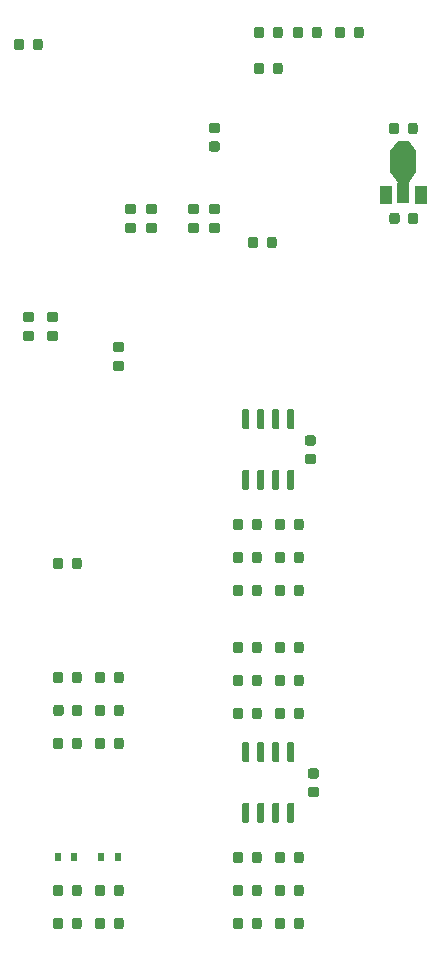
<source format=gbr>
G04 #@! TF.GenerationSoftware,KiCad,Pcbnew,5.1.6-c6e7f7d~86~ubuntu20.04.1*
G04 #@! TF.CreationDate,2020-05-29T14:12:17+02:00*
G04 #@! TF.ProjectId,osc1,6f736331-2e6b-4696-9361-645f70636258,rev?*
G04 #@! TF.SameCoordinates,Original*
G04 #@! TF.FileFunction,Paste,Bot*
G04 #@! TF.FilePolarity,Positive*
%FSLAX46Y46*%
G04 Gerber Fmt 4.6, Leading zero omitted, Abs format (unit mm)*
G04 Created by KiCad (PCBNEW 5.1.6-c6e7f7d~86~ubuntu20.04.1) date 2020-05-29 14:12:17*
%MOMM*%
%LPD*%
G01*
G04 APERTURE LIST*
%ADD10C,0.100000*%
%ADD11R,2.200000X1.840000*%
%ADD12R,1.000000X1.500000*%
%ADD13R,1.000000X1.800000*%
%ADD14R,0.600000X0.700000*%
G04 APERTURE END LIST*
G36*
G01*
X101442000Y-113032250D02*
X101442000Y-112519750D01*
G75*
G02*
X101660750Y-112301000I218750J0D01*
G01*
X102098250Y-112301000D01*
G75*
G02*
X102317000Y-112519750I0J-218750D01*
G01*
X102317000Y-113032250D01*
G75*
G02*
X102098250Y-113251000I-218750J0D01*
G01*
X101660750Y-113251000D01*
G75*
G02*
X101442000Y-113032250I0J218750D01*
G01*
G37*
G36*
G01*
X99867000Y-113032250D02*
X99867000Y-112519750D01*
G75*
G02*
X100085750Y-112301000I218750J0D01*
G01*
X100523250Y-112301000D01*
G75*
G02*
X100742000Y-112519750I0J-218750D01*
G01*
X100742000Y-113032250D01*
G75*
G02*
X100523250Y-113251000I-218750J0D01*
G01*
X100085750Y-113251000D01*
G75*
G02*
X99867000Y-113032250I0J218750D01*
G01*
G37*
G36*
G01*
X89156250Y-122078000D02*
X88643750Y-122078000D01*
G75*
G02*
X88425000Y-121859250I0J218750D01*
G01*
X88425000Y-121421750D01*
G75*
G02*
X88643750Y-121203000I218750J0D01*
G01*
X89156250Y-121203000D01*
G75*
G02*
X89375000Y-121421750I0J-218750D01*
G01*
X89375000Y-121859250D01*
G75*
G02*
X89156250Y-122078000I-218750J0D01*
G01*
G37*
G36*
G01*
X89156250Y-123653000D02*
X88643750Y-123653000D01*
G75*
G02*
X88425000Y-123434250I0J218750D01*
G01*
X88425000Y-122996750D01*
G75*
G02*
X88643750Y-122778000I218750J0D01*
G01*
X89156250Y-122778000D01*
G75*
G02*
X89375000Y-122996750I0J-218750D01*
G01*
X89375000Y-123434250D01*
G75*
G02*
X89156250Y-123653000I-218750J0D01*
G01*
G37*
G36*
G01*
X84232000Y-149349750D02*
X84232000Y-149862250D01*
G75*
G02*
X84013250Y-150081000I-218750J0D01*
G01*
X83575750Y-150081000D01*
G75*
G02*
X83357000Y-149862250I0J218750D01*
G01*
X83357000Y-149349750D01*
G75*
G02*
X83575750Y-149131000I218750J0D01*
G01*
X84013250Y-149131000D01*
G75*
G02*
X84232000Y-149349750I0J-218750D01*
G01*
G37*
G36*
G01*
X85807000Y-149349750D02*
X85807000Y-149862250D01*
G75*
G02*
X85588250Y-150081000I-218750J0D01*
G01*
X85150750Y-150081000D01*
G75*
G02*
X84932000Y-149862250I0J218750D01*
G01*
X84932000Y-149349750D01*
G75*
G02*
X85150750Y-149131000I218750J0D01*
G01*
X85588250Y-149131000D01*
G75*
G02*
X85807000Y-149349750I0J-218750D01*
G01*
G37*
G36*
G01*
X84957500Y-152656250D02*
X84957500Y-152143750D01*
G75*
G02*
X85176250Y-151925000I218750J0D01*
G01*
X85613750Y-151925000D01*
G75*
G02*
X85832500Y-152143750I0J-218750D01*
G01*
X85832500Y-152656250D01*
G75*
G02*
X85613750Y-152875000I-218750J0D01*
G01*
X85176250Y-152875000D01*
G75*
G02*
X84957500Y-152656250I0J218750D01*
G01*
G37*
G36*
G01*
X83382500Y-152656250D02*
X83382500Y-152143750D01*
G75*
G02*
X83601250Y-151925000I218750J0D01*
G01*
X84038750Y-151925000D01*
G75*
G02*
X84257500Y-152143750I0J-218750D01*
G01*
X84257500Y-152656250D01*
G75*
G02*
X84038750Y-152875000I-218750J0D01*
G01*
X83601250Y-152875000D01*
G75*
G02*
X83382500Y-152656250I0J218750D01*
G01*
G37*
D10*
G36*
X112630000Y-107827700D02*
G01*
X111930000Y-106827700D01*
X114130000Y-106827700D01*
X113430000Y-107827700D01*
X112630000Y-107827700D01*
G37*
D11*
X113030000Y-105918000D03*
D12*
X111530000Y-108731500D03*
D13*
X113030000Y-108585000D03*
D12*
X114530000Y-108731500D03*
D10*
G36*
X113530000Y-104159500D02*
G01*
X114130000Y-105009500D01*
X111930000Y-105009500D01*
X112530000Y-104159500D01*
X113530000Y-104159500D01*
G37*
G36*
G01*
X88488000Y-149862250D02*
X88488000Y-149349750D01*
G75*
G02*
X88706750Y-149131000I218750J0D01*
G01*
X89144250Y-149131000D01*
G75*
G02*
X89363000Y-149349750I0J-218750D01*
G01*
X89363000Y-149862250D01*
G75*
G02*
X89144250Y-150081000I-218750J0D01*
G01*
X88706750Y-150081000D01*
G75*
G02*
X88488000Y-149862250I0J218750D01*
G01*
G37*
G36*
G01*
X86913000Y-149862250D02*
X86913000Y-149349750D01*
G75*
G02*
X87131750Y-149131000I218750J0D01*
G01*
X87569250Y-149131000D01*
G75*
G02*
X87788000Y-149349750I0J-218750D01*
G01*
X87788000Y-149862250D01*
G75*
G02*
X87569250Y-150081000I-218750J0D01*
G01*
X87131750Y-150081000D01*
G75*
G02*
X86913000Y-149862250I0J218750D01*
G01*
G37*
G36*
G01*
X112680000Y-102867750D02*
X112680000Y-103380250D01*
G75*
G02*
X112461250Y-103599000I-218750J0D01*
G01*
X112023750Y-103599000D01*
G75*
G02*
X111805000Y-103380250I0J218750D01*
G01*
X111805000Y-102867750D01*
G75*
G02*
X112023750Y-102649000I218750J0D01*
G01*
X112461250Y-102649000D01*
G75*
G02*
X112680000Y-102867750I0J-218750D01*
G01*
G37*
G36*
G01*
X114255000Y-102867750D02*
X114255000Y-103380250D01*
G75*
G02*
X114036250Y-103599000I-218750J0D01*
G01*
X113598750Y-103599000D01*
G75*
G02*
X113380000Y-103380250I0J218750D01*
G01*
X113380000Y-102867750D01*
G75*
G02*
X113598750Y-102649000I218750J0D01*
G01*
X114036250Y-102649000D01*
G75*
G02*
X114255000Y-102867750I0J-218750D01*
G01*
G37*
G36*
G01*
X113405500Y-111000250D02*
X113405500Y-110487750D01*
G75*
G02*
X113624250Y-110269000I218750J0D01*
G01*
X114061750Y-110269000D01*
G75*
G02*
X114280500Y-110487750I0J-218750D01*
G01*
X114280500Y-111000250D01*
G75*
G02*
X114061750Y-111219000I-218750J0D01*
G01*
X113624250Y-111219000D01*
G75*
G02*
X113405500Y-111000250I0J218750D01*
G01*
G37*
G36*
G01*
X111830500Y-111000250D02*
X111830500Y-110487750D01*
G75*
G02*
X112049250Y-110269000I218750J0D01*
G01*
X112486750Y-110269000D01*
G75*
G02*
X112705500Y-110487750I0J-218750D01*
G01*
X112705500Y-111000250D01*
G75*
G02*
X112486750Y-111219000I-218750J0D01*
G01*
X112049250Y-111219000D01*
G75*
G02*
X111830500Y-111000250I0J218750D01*
G01*
G37*
G36*
G01*
X96771750Y-104210499D02*
X97284250Y-104210499D01*
G75*
G02*
X97503000Y-104429249I0J-218750D01*
G01*
X97503000Y-104866749D01*
G75*
G02*
X97284250Y-105085499I-218750J0D01*
G01*
X96771750Y-105085499D01*
G75*
G02*
X96553000Y-104866749I0J218750D01*
G01*
X96553000Y-104429249D01*
G75*
G02*
X96771750Y-104210499I218750J0D01*
G01*
G37*
G36*
G01*
X96771750Y-102635499D02*
X97284250Y-102635499D01*
G75*
G02*
X97503000Y-102854249I0J-218750D01*
G01*
X97503000Y-103291749D01*
G75*
G02*
X97284250Y-103510499I-218750J0D01*
G01*
X96771750Y-103510499D01*
G75*
G02*
X96553000Y-103291749I0J218750D01*
G01*
X96553000Y-102854249D01*
G75*
G02*
X96771750Y-102635499I218750J0D01*
G01*
G37*
G36*
G01*
X99545000Y-132002000D02*
X99845000Y-132002000D01*
G75*
G02*
X99995000Y-132152000I0J-150000D01*
G01*
X99995000Y-133602000D01*
G75*
G02*
X99845000Y-133752000I-150000J0D01*
G01*
X99545000Y-133752000D01*
G75*
G02*
X99395000Y-133602000I0J150000D01*
G01*
X99395000Y-132152000D01*
G75*
G02*
X99545000Y-132002000I150000J0D01*
G01*
G37*
G36*
G01*
X100815000Y-132002000D02*
X101115000Y-132002000D01*
G75*
G02*
X101265000Y-132152000I0J-150000D01*
G01*
X101265000Y-133602000D01*
G75*
G02*
X101115000Y-133752000I-150000J0D01*
G01*
X100815000Y-133752000D01*
G75*
G02*
X100665000Y-133602000I0J150000D01*
G01*
X100665000Y-132152000D01*
G75*
G02*
X100815000Y-132002000I150000J0D01*
G01*
G37*
G36*
G01*
X102085000Y-132002000D02*
X102385000Y-132002000D01*
G75*
G02*
X102535000Y-132152000I0J-150000D01*
G01*
X102535000Y-133602000D01*
G75*
G02*
X102385000Y-133752000I-150000J0D01*
G01*
X102085000Y-133752000D01*
G75*
G02*
X101935000Y-133602000I0J150000D01*
G01*
X101935000Y-132152000D01*
G75*
G02*
X102085000Y-132002000I150000J0D01*
G01*
G37*
G36*
G01*
X103355000Y-132002000D02*
X103655000Y-132002000D01*
G75*
G02*
X103805000Y-132152000I0J-150000D01*
G01*
X103805000Y-133602000D01*
G75*
G02*
X103655000Y-133752000I-150000J0D01*
G01*
X103355000Y-133752000D01*
G75*
G02*
X103205000Y-133602000I0J150000D01*
G01*
X103205000Y-132152000D01*
G75*
G02*
X103355000Y-132002000I150000J0D01*
G01*
G37*
G36*
G01*
X103355000Y-126852000D02*
X103655000Y-126852000D01*
G75*
G02*
X103805000Y-127002000I0J-150000D01*
G01*
X103805000Y-128452000D01*
G75*
G02*
X103655000Y-128602000I-150000J0D01*
G01*
X103355000Y-128602000D01*
G75*
G02*
X103205000Y-128452000I0J150000D01*
G01*
X103205000Y-127002000D01*
G75*
G02*
X103355000Y-126852000I150000J0D01*
G01*
G37*
G36*
G01*
X102085000Y-126852000D02*
X102385000Y-126852000D01*
G75*
G02*
X102535000Y-127002000I0J-150000D01*
G01*
X102535000Y-128452000D01*
G75*
G02*
X102385000Y-128602000I-150000J0D01*
G01*
X102085000Y-128602000D01*
G75*
G02*
X101935000Y-128452000I0J150000D01*
G01*
X101935000Y-127002000D01*
G75*
G02*
X102085000Y-126852000I150000J0D01*
G01*
G37*
G36*
G01*
X100815000Y-126852000D02*
X101115000Y-126852000D01*
G75*
G02*
X101265000Y-127002000I0J-150000D01*
G01*
X101265000Y-128452000D01*
G75*
G02*
X101115000Y-128602000I-150000J0D01*
G01*
X100815000Y-128602000D01*
G75*
G02*
X100665000Y-128452000I0J150000D01*
G01*
X100665000Y-127002000D01*
G75*
G02*
X100815000Y-126852000I150000J0D01*
G01*
G37*
G36*
G01*
X99545000Y-126852000D02*
X99845000Y-126852000D01*
G75*
G02*
X99995000Y-127002000I0J-150000D01*
G01*
X99995000Y-128452000D01*
G75*
G02*
X99845000Y-128602000I-150000J0D01*
G01*
X99545000Y-128602000D01*
G75*
G02*
X99395000Y-128452000I0J150000D01*
G01*
X99395000Y-127002000D01*
G75*
G02*
X99545000Y-126852000I150000J0D01*
G01*
G37*
G36*
G01*
X105666250Y-158171500D02*
X105153750Y-158171500D01*
G75*
G02*
X104935000Y-157952750I0J218750D01*
G01*
X104935000Y-157515250D01*
G75*
G02*
X105153750Y-157296500I218750J0D01*
G01*
X105666250Y-157296500D01*
G75*
G02*
X105885000Y-157515250I0J-218750D01*
G01*
X105885000Y-157952750D01*
G75*
G02*
X105666250Y-158171500I-218750J0D01*
G01*
G37*
G36*
G01*
X105666250Y-159746500D02*
X105153750Y-159746500D01*
G75*
G02*
X104935000Y-159527750I0J218750D01*
G01*
X104935000Y-159090250D01*
G75*
G02*
X105153750Y-158871500I218750J0D01*
G01*
X105666250Y-158871500D01*
G75*
G02*
X105885000Y-159090250I0J-218750D01*
G01*
X105885000Y-159527750D01*
G75*
G02*
X105666250Y-159746500I-218750J0D01*
G01*
G37*
G36*
G01*
X105412250Y-129977500D02*
X104899750Y-129977500D01*
G75*
G02*
X104681000Y-129758750I0J218750D01*
G01*
X104681000Y-129321250D01*
G75*
G02*
X104899750Y-129102500I218750J0D01*
G01*
X105412250Y-129102500D01*
G75*
G02*
X105631000Y-129321250I0J-218750D01*
G01*
X105631000Y-129758750D01*
G75*
G02*
X105412250Y-129977500I-218750J0D01*
G01*
G37*
G36*
G01*
X105412250Y-131552500D02*
X104899750Y-131552500D01*
G75*
G02*
X104681000Y-131333750I0J218750D01*
G01*
X104681000Y-130896250D01*
G75*
G02*
X104899750Y-130677500I218750J0D01*
G01*
X105412250Y-130677500D01*
G75*
G02*
X105631000Y-130896250I0J-218750D01*
G01*
X105631000Y-131333750D01*
G75*
G02*
X105412250Y-131552500I-218750J0D01*
G01*
G37*
D14*
X88838000Y-164846000D03*
X87438000Y-164846000D03*
X85155000Y-164846000D03*
X83755000Y-164846000D03*
G36*
G01*
X99545000Y-160196000D02*
X99845000Y-160196000D01*
G75*
G02*
X99995000Y-160346000I0J-150000D01*
G01*
X99995000Y-161796000D01*
G75*
G02*
X99845000Y-161946000I-150000J0D01*
G01*
X99545000Y-161946000D01*
G75*
G02*
X99395000Y-161796000I0J150000D01*
G01*
X99395000Y-160346000D01*
G75*
G02*
X99545000Y-160196000I150000J0D01*
G01*
G37*
G36*
G01*
X100815000Y-160196000D02*
X101115000Y-160196000D01*
G75*
G02*
X101265000Y-160346000I0J-150000D01*
G01*
X101265000Y-161796000D01*
G75*
G02*
X101115000Y-161946000I-150000J0D01*
G01*
X100815000Y-161946000D01*
G75*
G02*
X100665000Y-161796000I0J150000D01*
G01*
X100665000Y-160346000D01*
G75*
G02*
X100815000Y-160196000I150000J0D01*
G01*
G37*
G36*
G01*
X102085000Y-160196000D02*
X102385000Y-160196000D01*
G75*
G02*
X102535000Y-160346000I0J-150000D01*
G01*
X102535000Y-161796000D01*
G75*
G02*
X102385000Y-161946000I-150000J0D01*
G01*
X102085000Y-161946000D01*
G75*
G02*
X101935000Y-161796000I0J150000D01*
G01*
X101935000Y-160346000D01*
G75*
G02*
X102085000Y-160196000I150000J0D01*
G01*
G37*
G36*
G01*
X103355000Y-160196000D02*
X103655000Y-160196000D01*
G75*
G02*
X103805000Y-160346000I0J-150000D01*
G01*
X103805000Y-161796000D01*
G75*
G02*
X103655000Y-161946000I-150000J0D01*
G01*
X103355000Y-161946000D01*
G75*
G02*
X103205000Y-161796000I0J150000D01*
G01*
X103205000Y-160346000D01*
G75*
G02*
X103355000Y-160196000I150000J0D01*
G01*
G37*
G36*
G01*
X103355000Y-155046000D02*
X103655000Y-155046000D01*
G75*
G02*
X103805000Y-155196000I0J-150000D01*
G01*
X103805000Y-156646000D01*
G75*
G02*
X103655000Y-156796000I-150000J0D01*
G01*
X103355000Y-156796000D01*
G75*
G02*
X103205000Y-156646000I0J150000D01*
G01*
X103205000Y-155196000D01*
G75*
G02*
X103355000Y-155046000I150000J0D01*
G01*
G37*
G36*
G01*
X102085000Y-155046000D02*
X102385000Y-155046000D01*
G75*
G02*
X102535000Y-155196000I0J-150000D01*
G01*
X102535000Y-156646000D01*
G75*
G02*
X102385000Y-156796000I-150000J0D01*
G01*
X102085000Y-156796000D01*
G75*
G02*
X101935000Y-156646000I0J150000D01*
G01*
X101935000Y-155196000D01*
G75*
G02*
X102085000Y-155046000I150000J0D01*
G01*
G37*
G36*
G01*
X100815000Y-155046000D02*
X101115000Y-155046000D01*
G75*
G02*
X101265000Y-155196000I0J-150000D01*
G01*
X101265000Y-156646000D01*
G75*
G02*
X101115000Y-156796000I-150000J0D01*
G01*
X100815000Y-156796000D01*
G75*
G02*
X100665000Y-156646000I0J150000D01*
G01*
X100665000Y-155196000D01*
G75*
G02*
X100815000Y-155046000I150000J0D01*
G01*
G37*
G36*
G01*
X99545000Y-155046000D02*
X99845000Y-155046000D01*
G75*
G02*
X99995000Y-155196000I0J-150000D01*
G01*
X99995000Y-156646000D01*
G75*
G02*
X99845000Y-156796000I-150000J0D01*
G01*
X99545000Y-156796000D01*
G75*
G02*
X99395000Y-156646000I0J150000D01*
G01*
X99395000Y-155196000D01*
G75*
G02*
X99545000Y-155046000I150000J0D01*
G01*
G37*
G36*
G01*
X103028000Y-170177750D02*
X103028000Y-170690250D01*
G75*
G02*
X102809250Y-170909000I-218750J0D01*
G01*
X102371750Y-170909000D01*
G75*
G02*
X102153000Y-170690250I0J218750D01*
G01*
X102153000Y-170177750D01*
G75*
G02*
X102371750Y-169959000I218750J0D01*
G01*
X102809250Y-169959000D01*
G75*
G02*
X103028000Y-170177750I0J-218750D01*
G01*
G37*
G36*
G01*
X104603000Y-170177750D02*
X104603000Y-170690250D01*
G75*
G02*
X104384250Y-170909000I-218750J0D01*
G01*
X103946750Y-170909000D01*
G75*
G02*
X103728000Y-170690250I0J218750D01*
G01*
X103728000Y-170177750D01*
G75*
G02*
X103946750Y-169959000I218750J0D01*
G01*
X104384250Y-169959000D01*
G75*
G02*
X104603000Y-170177750I0J-218750D01*
G01*
G37*
G36*
G01*
X103028000Y-141983750D02*
X103028000Y-142496250D01*
G75*
G02*
X102809250Y-142715000I-218750J0D01*
G01*
X102371750Y-142715000D01*
G75*
G02*
X102153000Y-142496250I0J218750D01*
G01*
X102153000Y-141983750D01*
G75*
G02*
X102371750Y-141765000I218750J0D01*
G01*
X102809250Y-141765000D01*
G75*
G02*
X103028000Y-141983750I0J-218750D01*
G01*
G37*
G36*
G01*
X104603000Y-141983750D02*
X104603000Y-142496250D01*
G75*
G02*
X104384250Y-142715000I-218750J0D01*
G01*
X103946750Y-142715000D01*
G75*
G02*
X103728000Y-142496250I0J218750D01*
G01*
X103728000Y-141983750D01*
G75*
G02*
X103946750Y-141765000I218750J0D01*
G01*
X104384250Y-141765000D01*
G75*
G02*
X104603000Y-141983750I0J-218750D01*
G01*
G37*
G36*
G01*
X103028000Y-146809750D02*
X103028000Y-147322250D01*
G75*
G02*
X102809250Y-147541000I-218750J0D01*
G01*
X102371750Y-147541000D01*
G75*
G02*
X102153000Y-147322250I0J218750D01*
G01*
X102153000Y-146809750D01*
G75*
G02*
X102371750Y-146591000I218750J0D01*
G01*
X102809250Y-146591000D01*
G75*
G02*
X103028000Y-146809750I0J-218750D01*
G01*
G37*
G36*
G01*
X104603000Y-146809750D02*
X104603000Y-147322250D01*
G75*
G02*
X104384250Y-147541000I-218750J0D01*
G01*
X103946750Y-147541000D01*
G75*
G02*
X103728000Y-147322250I0J218750D01*
G01*
X103728000Y-146809750D01*
G75*
G02*
X103946750Y-146591000I218750J0D01*
G01*
X104384250Y-146591000D01*
G75*
G02*
X104603000Y-146809750I0J-218750D01*
G01*
G37*
G36*
G01*
X103028000Y-167383750D02*
X103028000Y-167896250D01*
G75*
G02*
X102809250Y-168115000I-218750J0D01*
G01*
X102371750Y-168115000D01*
G75*
G02*
X102153000Y-167896250I0J218750D01*
G01*
X102153000Y-167383750D01*
G75*
G02*
X102371750Y-167165000I218750J0D01*
G01*
X102809250Y-167165000D01*
G75*
G02*
X103028000Y-167383750I0J-218750D01*
G01*
G37*
G36*
G01*
X104603000Y-167383750D02*
X104603000Y-167896250D01*
G75*
G02*
X104384250Y-168115000I-218750J0D01*
G01*
X103946750Y-168115000D01*
G75*
G02*
X103728000Y-167896250I0J218750D01*
G01*
X103728000Y-167383750D01*
G75*
G02*
X103946750Y-167165000I218750J0D01*
G01*
X104384250Y-167165000D01*
G75*
G02*
X104603000Y-167383750I0J-218750D01*
G01*
G37*
G36*
G01*
X103028000Y-139189750D02*
X103028000Y-139702250D01*
G75*
G02*
X102809250Y-139921000I-218750J0D01*
G01*
X102371750Y-139921000D01*
G75*
G02*
X102153000Y-139702250I0J218750D01*
G01*
X102153000Y-139189750D01*
G75*
G02*
X102371750Y-138971000I218750J0D01*
G01*
X102809250Y-138971000D01*
G75*
G02*
X103028000Y-139189750I0J-218750D01*
G01*
G37*
G36*
G01*
X104603000Y-139189750D02*
X104603000Y-139702250D01*
G75*
G02*
X104384250Y-139921000I-218750J0D01*
G01*
X103946750Y-139921000D01*
G75*
G02*
X103728000Y-139702250I0J218750D01*
G01*
X103728000Y-139189750D01*
G75*
G02*
X103946750Y-138971000I218750J0D01*
G01*
X104384250Y-138971000D01*
G75*
G02*
X104603000Y-139189750I0J-218750D01*
G01*
G37*
G36*
G01*
X103028000Y-149603750D02*
X103028000Y-150116250D01*
G75*
G02*
X102809250Y-150335000I-218750J0D01*
G01*
X102371750Y-150335000D01*
G75*
G02*
X102153000Y-150116250I0J218750D01*
G01*
X102153000Y-149603750D01*
G75*
G02*
X102371750Y-149385000I218750J0D01*
G01*
X102809250Y-149385000D01*
G75*
G02*
X103028000Y-149603750I0J-218750D01*
G01*
G37*
G36*
G01*
X104603000Y-149603750D02*
X104603000Y-150116250D01*
G75*
G02*
X104384250Y-150335000I-218750J0D01*
G01*
X103946750Y-150335000D01*
G75*
G02*
X103728000Y-150116250I0J218750D01*
G01*
X103728000Y-149603750D01*
G75*
G02*
X103946750Y-149385000I218750J0D01*
G01*
X104384250Y-149385000D01*
G75*
G02*
X104603000Y-149603750I0J-218750D01*
G01*
G37*
G36*
G01*
X99472000Y-170177750D02*
X99472000Y-170690250D01*
G75*
G02*
X99253250Y-170909000I-218750J0D01*
G01*
X98815750Y-170909000D01*
G75*
G02*
X98597000Y-170690250I0J218750D01*
G01*
X98597000Y-170177750D01*
G75*
G02*
X98815750Y-169959000I218750J0D01*
G01*
X99253250Y-169959000D01*
G75*
G02*
X99472000Y-170177750I0J-218750D01*
G01*
G37*
G36*
G01*
X101047000Y-170177750D02*
X101047000Y-170690250D01*
G75*
G02*
X100828250Y-170909000I-218750J0D01*
G01*
X100390750Y-170909000D01*
G75*
G02*
X100172000Y-170690250I0J218750D01*
G01*
X100172000Y-170177750D01*
G75*
G02*
X100390750Y-169959000I218750J0D01*
G01*
X100828250Y-169959000D01*
G75*
G02*
X101047000Y-170177750I0J-218750D01*
G01*
G37*
G36*
G01*
X99472000Y-141983750D02*
X99472000Y-142496250D01*
G75*
G02*
X99253250Y-142715000I-218750J0D01*
G01*
X98815750Y-142715000D01*
G75*
G02*
X98597000Y-142496250I0J218750D01*
G01*
X98597000Y-141983750D01*
G75*
G02*
X98815750Y-141765000I218750J0D01*
G01*
X99253250Y-141765000D01*
G75*
G02*
X99472000Y-141983750I0J-218750D01*
G01*
G37*
G36*
G01*
X101047000Y-141983750D02*
X101047000Y-142496250D01*
G75*
G02*
X100828250Y-142715000I-218750J0D01*
G01*
X100390750Y-142715000D01*
G75*
G02*
X100172000Y-142496250I0J218750D01*
G01*
X100172000Y-141983750D01*
G75*
G02*
X100390750Y-141765000I218750J0D01*
G01*
X100828250Y-141765000D01*
G75*
G02*
X101047000Y-141983750I0J-218750D01*
G01*
G37*
G36*
G01*
X99472000Y-146809750D02*
X99472000Y-147322250D01*
G75*
G02*
X99253250Y-147541000I-218750J0D01*
G01*
X98815750Y-147541000D01*
G75*
G02*
X98597000Y-147322250I0J218750D01*
G01*
X98597000Y-146809750D01*
G75*
G02*
X98815750Y-146591000I218750J0D01*
G01*
X99253250Y-146591000D01*
G75*
G02*
X99472000Y-146809750I0J-218750D01*
G01*
G37*
G36*
G01*
X101047000Y-146809750D02*
X101047000Y-147322250D01*
G75*
G02*
X100828250Y-147541000I-218750J0D01*
G01*
X100390750Y-147541000D01*
G75*
G02*
X100172000Y-147322250I0J218750D01*
G01*
X100172000Y-146809750D01*
G75*
G02*
X100390750Y-146591000I218750J0D01*
G01*
X100828250Y-146591000D01*
G75*
G02*
X101047000Y-146809750I0J-218750D01*
G01*
G37*
G36*
G01*
X100172000Y-139702250D02*
X100172000Y-139189750D01*
G75*
G02*
X100390750Y-138971000I218750J0D01*
G01*
X100828250Y-138971000D01*
G75*
G02*
X101047000Y-139189750I0J-218750D01*
G01*
X101047000Y-139702250D01*
G75*
G02*
X100828250Y-139921000I-218750J0D01*
G01*
X100390750Y-139921000D01*
G75*
G02*
X100172000Y-139702250I0J218750D01*
G01*
G37*
G36*
G01*
X98597000Y-139702250D02*
X98597000Y-139189750D01*
G75*
G02*
X98815750Y-138971000I218750J0D01*
G01*
X99253250Y-138971000D01*
G75*
G02*
X99472000Y-139189750I0J-218750D01*
G01*
X99472000Y-139702250D01*
G75*
G02*
X99253250Y-139921000I-218750J0D01*
G01*
X98815750Y-139921000D01*
G75*
G02*
X98597000Y-139702250I0J218750D01*
G01*
G37*
G36*
G01*
X100172000Y-167896250D02*
X100172000Y-167383750D01*
G75*
G02*
X100390750Y-167165000I218750J0D01*
G01*
X100828250Y-167165000D01*
G75*
G02*
X101047000Y-167383750I0J-218750D01*
G01*
X101047000Y-167896250D01*
G75*
G02*
X100828250Y-168115000I-218750J0D01*
G01*
X100390750Y-168115000D01*
G75*
G02*
X100172000Y-167896250I0J218750D01*
G01*
G37*
G36*
G01*
X98597000Y-167896250D02*
X98597000Y-167383750D01*
G75*
G02*
X98815750Y-167165000I218750J0D01*
G01*
X99253250Y-167165000D01*
G75*
G02*
X99472000Y-167383750I0J-218750D01*
G01*
X99472000Y-167896250D01*
G75*
G02*
X99253250Y-168115000I-218750J0D01*
G01*
X98815750Y-168115000D01*
G75*
G02*
X98597000Y-167896250I0J218750D01*
G01*
G37*
G36*
G01*
X100172000Y-150116250D02*
X100172000Y-149603750D01*
G75*
G02*
X100390750Y-149385000I218750J0D01*
G01*
X100828250Y-149385000D01*
G75*
G02*
X101047000Y-149603750I0J-218750D01*
G01*
X101047000Y-150116250D01*
G75*
G02*
X100828250Y-150335000I-218750J0D01*
G01*
X100390750Y-150335000D01*
G75*
G02*
X100172000Y-150116250I0J218750D01*
G01*
G37*
G36*
G01*
X98597000Y-150116250D02*
X98597000Y-149603750D01*
G75*
G02*
X98815750Y-149385000I218750J0D01*
G01*
X99253250Y-149385000D01*
G75*
G02*
X99472000Y-149603750I0J-218750D01*
G01*
X99472000Y-150116250D01*
G75*
G02*
X99253250Y-150335000I-218750J0D01*
G01*
X98815750Y-150335000D01*
G75*
G02*
X98597000Y-150116250I0J218750D01*
G01*
G37*
G36*
G01*
X103728000Y-165102250D02*
X103728000Y-164589750D01*
G75*
G02*
X103946750Y-164371000I218750J0D01*
G01*
X104384250Y-164371000D01*
G75*
G02*
X104603000Y-164589750I0J-218750D01*
G01*
X104603000Y-165102250D01*
G75*
G02*
X104384250Y-165321000I-218750J0D01*
G01*
X103946750Y-165321000D01*
G75*
G02*
X103728000Y-165102250I0J218750D01*
G01*
G37*
G36*
G01*
X102153000Y-165102250D02*
X102153000Y-164589750D01*
G75*
G02*
X102371750Y-164371000I218750J0D01*
G01*
X102809250Y-164371000D01*
G75*
G02*
X103028000Y-164589750I0J-218750D01*
G01*
X103028000Y-165102250D01*
G75*
G02*
X102809250Y-165321000I-218750J0D01*
G01*
X102371750Y-165321000D01*
G75*
G02*
X102153000Y-165102250I0J218750D01*
G01*
G37*
G36*
G01*
X99472000Y-164589750D02*
X99472000Y-165102250D01*
G75*
G02*
X99253250Y-165321000I-218750J0D01*
G01*
X98815750Y-165321000D01*
G75*
G02*
X98597000Y-165102250I0J218750D01*
G01*
X98597000Y-164589750D01*
G75*
G02*
X98815750Y-164371000I218750J0D01*
G01*
X99253250Y-164371000D01*
G75*
G02*
X99472000Y-164589750I0J-218750D01*
G01*
G37*
G36*
G01*
X101047000Y-164589750D02*
X101047000Y-165102250D01*
G75*
G02*
X100828250Y-165321000I-218750J0D01*
G01*
X100390750Y-165321000D01*
G75*
G02*
X100172000Y-165102250I0J218750D01*
G01*
X100172000Y-164589750D01*
G75*
G02*
X100390750Y-164371000I218750J0D01*
G01*
X100828250Y-164371000D01*
G75*
G02*
X101047000Y-164589750I0J-218750D01*
G01*
G37*
G36*
G01*
X99472000Y-136395750D02*
X99472000Y-136908250D01*
G75*
G02*
X99253250Y-137127000I-218750J0D01*
G01*
X98815750Y-137127000D01*
G75*
G02*
X98597000Y-136908250I0J218750D01*
G01*
X98597000Y-136395750D01*
G75*
G02*
X98815750Y-136177000I218750J0D01*
G01*
X99253250Y-136177000D01*
G75*
G02*
X99472000Y-136395750I0J-218750D01*
G01*
G37*
G36*
G01*
X101047000Y-136395750D02*
X101047000Y-136908250D01*
G75*
G02*
X100828250Y-137127000I-218750J0D01*
G01*
X100390750Y-137127000D01*
G75*
G02*
X100172000Y-136908250I0J218750D01*
G01*
X100172000Y-136395750D01*
G75*
G02*
X100390750Y-136177000I218750J0D01*
G01*
X100828250Y-136177000D01*
G75*
G02*
X101047000Y-136395750I0J-218750D01*
G01*
G37*
G36*
G01*
X103028000Y-152397750D02*
X103028000Y-152910250D01*
G75*
G02*
X102809250Y-153129000I-218750J0D01*
G01*
X102371750Y-153129000D01*
G75*
G02*
X102153000Y-152910250I0J218750D01*
G01*
X102153000Y-152397750D01*
G75*
G02*
X102371750Y-152179000I218750J0D01*
G01*
X102809250Y-152179000D01*
G75*
G02*
X103028000Y-152397750I0J-218750D01*
G01*
G37*
G36*
G01*
X104603000Y-152397750D02*
X104603000Y-152910250D01*
G75*
G02*
X104384250Y-153129000I-218750J0D01*
G01*
X103946750Y-153129000D01*
G75*
G02*
X103728000Y-152910250I0J218750D01*
G01*
X103728000Y-152397750D01*
G75*
G02*
X103946750Y-152179000I218750J0D01*
G01*
X104384250Y-152179000D01*
G75*
G02*
X104603000Y-152397750I0J-218750D01*
G01*
G37*
G36*
G01*
X99472000Y-152397750D02*
X99472000Y-152910250D01*
G75*
G02*
X99253250Y-153129000I-218750J0D01*
G01*
X98815750Y-153129000D01*
G75*
G02*
X98597000Y-152910250I0J218750D01*
G01*
X98597000Y-152397750D01*
G75*
G02*
X98815750Y-152179000I218750J0D01*
G01*
X99253250Y-152179000D01*
G75*
G02*
X99472000Y-152397750I0J-218750D01*
G01*
G37*
G36*
G01*
X101047000Y-152397750D02*
X101047000Y-152910250D01*
G75*
G02*
X100828250Y-153129000I-218750J0D01*
G01*
X100390750Y-153129000D01*
G75*
G02*
X100172000Y-152910250I0J218750D01*
G01*
X100172000Y-152397750D01*
G75*
G02*
X100390750Y-152179000I218750J0D01*
G01*
X100828250Y-152179000D01*
G75*
G02*
X101047000Y-152397750I0J-218750D01*
G01*
G37*
G36*
G01*
X103028000Y-136395750D02*
X103028000Y-136908250D01*
G75*
G02*
X102809250Y-137127000I-218750J0D01*
G01*
X102371750Y-137127000D01*
G75*
G02*
X102153000Y-136908250I0J218750D01*
G01*
X102153000Y-136395750D01*
G75*
G02*
X102371750Y-136177000I218750J0D01*
G01*
X102809250Y-136177000D01*
G75*
G02*
X103028000Y-136395750I0J-218750D01*
G01*
G37*
G36*
G01*
X104603000Y-136395750D02*
X104603000Y-136908250D01*
G75*
G02*
X104384250Y-137127000I-218750J0D01*
G01*
X103946750Y-137127000D01*
G75*
G02*
X103728000Y-136908250I0J218750D01*
G01*
X103728000Y-136395750D01*
G75*
G02*
X103946750Y-136177000I218750J0D01*
G01*
X104384250Y-136177000D01*
G75*
G02*
X104603000Y-136395750I0J-218750D01*
G01*
G37*
G36*
G01*
X95506250Y-110394000D02*
X94993750Y-110394000D01*
G75*
G02*
X94775000Y-110175250I0J218750D01*
G01*
X94775000Y-109737750D01*
G75*
G02*
X94993750Y-109519000I218750J0D01*
G01*
X95506250Y-109519000D01*
G75*
G02*
X95725000Y-109737750I0J-218750D01*
G01*
X95725000Y-110175250D01*
G75*
G02*
X95506250Y-110394000I-218750J0D01*
G01*
G37*
G36*
G01*
X95506250Y-111969000D02*
X94993750Y-111969000D01*
G75*
G02*
X94775000Y-111750250I0J218750D01*
G01*
X94775000Y-111312750D01*
G75*
G02*
X94993750Y-111094000I218750J0D01*
G01*
X95506250Y-111094000D01*
G75*
G02*
X95725000Y-111312750I0J-218750D01*
G01*
X95725000Y-111750250D01*
G75*
G02*
X95506250Y-111969000I-218750J0D01*
G01*
G37*
G36*
G01*
X91950250Y-110394000D02*
X91437750Y-110394000D01*
G75*
G02*
X91219000Y-110175250I0J218750D01*
G01*
X91219000Y-109737750D01*
G75*
G02*
X91437750Y-109519000I218750J0D01*
G01*
X91950250Y-109519000D01*
G75*
G02*
X92169000Y-109737750I0J-218750D01*
G01*
X92169000Y-110175250D01*
G75*
G02*
X91950250Y-110394000I-218750J0D01*
G01*
G37*
G36*
G01*
X91950250Y-111969000D02*
X91437750Y-111969000D01*
G75*
G02*
X91219000Y-111750250I0J218750D01*
G01*
X91219000Y-111312750D01*
G75*
G02*
X91437750Y-111094000I218750J0D01*
G01*
X91950250Y-111094000D01*
G75*
G02*
X92169000Y-111312750I0J-218750D01*
G01*
X92169000Y-111750250D01*
G75*
G02*
X91950250Y-111969000I-218750J0D01*
G01*
G37*
G36*
G01*
X90172250Y-110394000D02*
X89659750Y-110394000D01*
G75*
G02*
X89441000Y-110175250I0J218750D01*
G01*
X89441000Y-109737750D01*
G75*
G02*
X89659750Y-109519000I218750J0D01*
G01*
X90172250Y-109519000D01*
G75*
G02*
X90391000Y-109737750I0J-218750D01*
G01*
X90391000Y-110175250D01*
G75*
G02*
X90172250Y-110394000I-218750J0D01*
G01*
G37*
G36*
G01*
X90172250Y-111969000D02*
X89659750Y-111969000D01*
G75*
G02*
X89441000Y-111750250I0J218750D01*
G01*
X89441000Y-111312750D01*
G75*
G02*
X89659750Y-111094000I218750J0D01*
G01*
X90172250Y-111094000D01*
G75*
G02*
X90391000Y-111312750I0J-218750D01*
G01*
X90391000Y-111750250D01*
G75*
G02*
X90172250Y-111969000I-218750J0D01*
G01*
G37*
G36*
G01*
X102825000Y-97787750D02*
X102825000Y-98300250D01*
G75*
G02*
X102606250Y-98519000I-218750J0D01*
G01*
X102168750Y-98519000D01*
G75*
G02*
X101950000Y-98300250I0J218750D01*
G01*
X101950000Y-97787750D01*
G75*
G02*
X102168750Y-97569000I218750J0D01*
G01*
X102606250Y-97569000D01*
G75*
G02*
X102825000Y-97787750I0J-218750D01*
G01*
G37*
G36*
G01*
X101250000Y-97787750D02*
X101250000Y-98300250D01*
G75*
G02*
X101031250Y-98519000I-218750J0D01*
G01*
X100593750Y-98519000D01*
G75*
G02*
X100375000Y-98300250I0J218750D01*
G01*
X100375000Y-97787750D01*
G75*
G02*
X100593750Y-97569000I218750J0D01*
G01*
X101031250Y-97569000D01*
G75*
G02*
X101250000Y-97787750I0J-218750D01*
G01*
G37*
G36*
G01*
X108808000Y-95252250D02*
X108808000Y-94739750D01*
G75*
G02*
X109026750Y-94521000I218750J0D01*
G01*
X109464250Y-94521000D01*
G75*
G02*
X109683000Y-94739750I0J-218750D01*
G01*
X109683000Y-95252250D01*
G75*
G02*
X109464250Y-95471000I-218750J0D01*
G01*
X109026750Y-95471000D01*
G75*
G02*
X108808000Y-95252250I0J218750D01*
G01*
G37*
G36*
G01*
X107233000Y-95252250D02*
X107233000Y-94739750D01*
G75*
G02*
X107451750Y-94521000I218750J0D01*
G01*
X107889250Y-94521000D01*
G75*
G02*
X108108000Y-94739750I0J-218750D01*
G01*
X108108000Y-95252250D01*
G75*
G02*
X107889250Y-95471000I-218750J0D01*
G01*
X107451750Y-95471000D01*
G75*
G02*
X107233000Y-95252250I0J218750D01*
G01*
G37*
G36*
G01*
X81630000Y-96268250D02*
X81630000Y-95755750D01*
G75*
G02*
X81848750Y-95537000I218750J0D01*
G01*
X82286250Y-95537000D01*
G75*
G02*
X82505000Y-95755750I0J-218750D01*
G01*
X82505000Y-96268250D01*
G75*
G02*
X82286250Y-96487000I-218750J0D01*
G01*
X81848750Y-96487000D01*
G75*
G02*
X81630000Y-96268250I0J218750D01*
G01*
G37*
G36*
G01*
X80055000Y-96268250D02*
X80055000Y-95755750D01*
G75*
G02*
X80273750Y-95537000I218750J0D01*
G01*
X80711250Y-95537000D01*
G75*
G02*
X80930000Y-95755750I0J-218750D01*
G01*
X80930000Y-96268250D01*
G75*
G02*
X80711250Y-96487000I-218750J0D01*
G01*
X80273750Y-96487000D01*
G75*
G02*
X80055000Y-96268250I0J218750D01*
G01*
G37*
G36*
G01*
X104552000Y-94739750D02*
X104552000Y-95252250D01*
G75*
G02*
X104333250Y-95471000I-218750J0D01*
G01*
X103895750Y-95471000D01*
G75*
G02*
X103677000Y-95252250I0J218750D01*
G01*
X103677000Y-94739750D01*
G75*
G02*
X103895750Y-94521000I218750J0D01*
G01*
X104333250Y-94521000D01*
G75*
G02*
X104552000Y-94739750I0J-218750D01*
G01*
G37*
G36*
G01*
X106127000Y-94739750D02*
X106127000Y-95252250D01*
G75*
G02*
X105908250Y-95471000I-218750J0D01*
G01*
X105470750Y-95471000D01*
G75*
G02*
X105252000Y-95252250I0J218750D01*
G01*
X105252000Y-94739750D01*
G75*
G02*
X105470750Y-94521000I218750J0D01*
G01*
X105908250Y-94521000D01*
G75*
G02*
X106127000Y-94739750I0J-218750D01*
G01*
G37*
G36*
G01*
X84232000Y-139697750D02*
X84232000Y-140210250D01*
G75*
G02*
X84013250Y-140429000I-218750J0D01*
G01*
X83575750Y-140429000D01*
G75*
G02*
X83357000Y-140210250I0J218750D01*
G01*
X83357000Y-139697750D01*
G75*
G02*
X83575750Y-139479000I218750J0D01*
G01*
X84013250Y-139479000D01*
G75*
G02*
X84232000Y-139697750I0J-218750D01*
G01*
G37*
G36*
G01*
X85807000Y-139697750D02*
X85807000Y-140210250D01*
G75*
G02*
X85588250Y-140429000I-218750J0D01*
G01*
X85150750Y-140429000D01*
G75*
G02*
X84932000Y-140210250I0J218750D01*
G01*
X84932000Y-139697750D01*
G75*
G02*
X85150750Y-139479000I218750J0D01*
G01*
X85588250Y-139479000D01*
G75*
G02*
X85807000Y-139697750I0J-218750D01*
G01*
G37*
G36*
G01*
X87788000Y-167383750D02*
X87788000Y-167896250D01*
G75*
G02*
X87569250Y-168115000I-218750J0D01*
G01*
X87131750Y-168115000D01*
G75*
G02*
X86913000Y-167896250I0J218750D01*
G01*
X86913000Y-167383750D01*
G75*
G02*
X87131750Y-167165000I218750J0D01*
G01*
X87569250Y-167165000D01*
G75*
G02*
X87788000Y-167383750I0J-218750D01*
G01*
G37*
G36*
G01*
X89363000Y-167383750D02*
X89363000Y-167896250D01*
G75*
G02*
X89144250Y-168115000I-218750J0D01*
G01*
X88706750Y-168115000D01*
G75*
G02*
X88488000Y-167896250I0J218750D01*
G01*
X88488000Y-167383750D01*
G75*
G02*
X88706750Y-167165000I218750J0D01*
G01*
X89144250Y-167165000D01*
G75*
G02*
X89363000Y-167383750I0J-218750D01*
G01*
G37*
G36*
G01*
X84232000Y-167383750D02*
X84232000Y-167896250D01*
G75*
G02*
X84013250Y-168115000I-218750J0D01*
G01*
X83575750Y-168115000D01*
G75*
G02*
X83357000Y-167896250I0J218750D01*
G01*
X83357000Y-167383750D01*
G75*
G02*
X83575750Y-167165000I218750J0D01*
G01*
X84013250Y-167165000D01*
G75*
G02*
X84232000Y-167383750I0J-218750D01*
G01*
G37*
G36*
G01*
X85807000Y-167383750D02*
X85807000Y-167896250D01*
G75*
G02*
X85588250Y-168115000I-218750J0D01*
G01*
X85150750Y-168115000D01*
G75*
G02*
X84932000Y-167896250I0J218750D01*
G01*
X84932000Y-167383750D01*
G75*
G02*
X85150750Y-167165000I218750J0D01*
G01*
X85588250Y-167165000D01*
G75*
G02*
X85807000Y-167383750I0J-218750D01*
G01*
G37*
G36*
G01*
X87788000Y-152143750D02*
X87788000Y-152656250D01*
G75*
G02*
X87569250Y-152875000I-218750J0D01*
G01*
X87131750Y-152875000D01*
G75*
G02*
X86913000Y-152656250I0J218750D01*
G01*
X86913000Y-152143750D01*
G75*
G02*
X87131750Y-151925000I218750J0D01*
G01*
X87569250Y-151925000D01*
G75*
G02*
X87788000Y-152143750I0J-218750D01*
G01*
G37*
G36*
G01*
X89363000Y-152143750D02*
X89363000Y-152656250D01*
G75*
G02*
X89144250Y-152875000I-218750J0D01*
G01*
X88706750Y-152875000D01*
G75*
G02*
X88488000Y-152656250I0J218750D01*
G01*
X88488000Y-152143750D01*
G75*
G02*
X88706750Y-151925000I218750J0D01*
G01*
X89144250Y-151925000D01*
G75*
G02*
X89363000Y-152143750I0J-218750D01*
G01*
G37*
G36*
G01*
X83568250Y-119538000D02*
X83055750Y-119538000D01*
G75*
G02*
X82837000Y-119319250I0J218750D01*
G01*
X82837000Y-118881750D01*
G75*
G02*
X83055750Y-118663000I218750J0D01*
G01*
X83568250Y-118663000D01*
G75*
G02*
X83787000Y-118881750I0J-218750D01*
G01*
X83787000Y-119319250D01*
G75*
G02*
X83568250Y-119538000I-218750J0D01*
G01*
G37*
G36*
G01*
X83568250Y-121113000D02*
X83055750Y-121113000D01*
G75*
G02*
X82837000Y-120894250I0J218750D01*
G01*
X82837000Y-120456750D01*
G75*
G02*
X83055750Y-120238000I218750J0D01*
G01*
X83568250Y-120238000D01*
G75*
G02*
X83787000Y-120456750I0J-218750D01*
G01*
X83787000Y-120894250D01*
G75*
G02*
X83568250Y-121113000I-218750J0D01*
G01*
G37*
G36*
G01*
X81536250Y-119538000D02*
X81023750Y-119538000D01*
G75*
G02*
X80805000Y-119319250I0J218750D01*
G01*
X80805000Y-118881750D01*
G75*
G02*
X81023750Y-118663000I218750J0D01*
G01*
X81536250Y-118663000D01*
G75*
G02*
X81755000Y-118881750I0J-218750D01*
G01*
X81755000Y-119319250D01*
G75*
G02*
X81536250Y-119538000I-218750J0D01*
G01*
G37*
G36*
G01*
X81536250Y-121113000D02*
X81023750Y-121113000D01*
G75*
G02*
X80805000Y-120894250I0J218750D01*
G01*
X80805000Y-120456750D01*
G75*
G02*
X81023750Y-120238000I218750J0D01*
G01*
X81536250Y-120238000D01*
G75*
G02*
X81755000Y-120456750I0J-218750D01*
G01*
X81755000Y-120894250D01*
G75*
G02*
X81536250Y-121113000I-218750J0D01*
G01*
G37*
G36*
G01*
X84232000Y-154937750D02*
X84232000Y-155450250D01*
G75*
G02*
X84013250Y-155669000I-218750J0D01*
G01*
X83575750Y-155669000D01*
G75*
G02*
X83357000Y-155450250I0J218750D01*
G01*
X83357000Y-154937750D01*
G75*
G02*
X83575750Y-154719000I218750J0D01*
G01*
X84013250Y-154719000D01*
G75*
G02*
X84232000Y-154937750I0J-218750D01*
G01*
G37*
G36*
G01*
X85807000Y-154937750D02*
X85807000Y-155450250D01*
G75*
G02*
X85588250Y-155669000I-218750J0D01*
G01*
X85150750Y-155669000D01*
G75*
G02*
X84932000Y-155450250I0J218750D01*
G01*
X84932000Y-154937750D01*
G75*
G02*
X85150750Y-154719000I218750J0D01*
G01*
X85588250Y-154719000D01*
G75*
G02*
X85807000Y-154937750I0J-218750D01*
G01*
G37*
G36*
G01*
X97284250Y-110394000D02*
X96771750Y-110394000D01*
G75*
G02*
X96553000Y-110175250I0J218750D01*
G01*
X96553000Y-109737750D01*
G75*
G02*
X96771750Y-109519000I218750J0D01*
G01*
X97284250Y-109519000D01*
G75*
G02*
X97503000Y-109737750I0J-218750D01*
G01*
X97503000Y-110175250D01*
G75*
G02*
X97284250Y-110394000I-218750J0D01*
G01*
G37*
G36*
G01*
X97284250Y-111969000D02*
X96771750Y-111969000D01*
G75*
G02*
X96553000Y-111750250I0J218750D01*
G01*
X96553000Y-111312750D01*
G75*
G02*
X96771750Y-111094000I218750J0D01*
G01*
X97284250Y-111094000D01*
G75*
G02*
X97503000Y-111312750I0J-218750D01*
G01*
X97503000Y-111750250D01*
G75*
G02*
X97284250Y-111969000I-218750J0D01*
G01*
G37*
G36*
G01*
X102825000Y-94739750D02*
X102825000Y-95252250D01*
G75*
G02*
X102606250Y-95471000I-218750J0D01*
G01*
X102168750Y-95471000D01*
G75*
G02*
X101950000Y-95252250I0J218750D01*
G01*
X101950000Y-94739750D01*
G75*
G02*
X102168750Y-94521000I218750J0D01*
G01*
X102606250Y-94521000D01*
G75*
G02*
X102825000Y-94739750I0J-218750D01*
G01*
G37*
G36*
G01*
X101250000Y-94739750D02*
X101250000Y-95252250D01*
G75*
G02*
X101031250Y-95471000I-218750J0D01*
G01*
X100593750Y-95471000D01*
G75*
G02*
X100375000Y-95252250I0J218750D01*
G01*
X100375000Y-94739750D01*
G75*
G02*
X100593750Y-94521000I218750J0D01*
G01*
X101031250Y-94521000D01*
G75*
G02*
X101250000Y-94739750I0J-218750D01*
G01*
G37*
G36*
G01*
X88488000Y-170690250D02*
X88488000Y-170177750D01*
G75*
G02*
X88706750Y-169959000I218750J0D01*
G01*
X89144250Y-169959000D01*
G75*
G02*
X89363000Y-170177750I0J-218750D01*
G01*
X89363000Y-170690250D01*
G75*
G02*
X89144250Y-170909000I-218750J0D01*
G01*
X88706750Y-170909000D01*
G75*
G02*
X88488000Y-170690250I0J218750D01*
G01*
G37*
G36*
G01*
X86913000Y-170690250D02*
X86913000Y-170177750D01*
G75*
G02*
X87131750Y-169959000I218750J0D01*
G01*
X87569250Y-169959000D01*
G75*
G02*
X87788000Y-170177750I0J-218750D01*
G01*
X87788000Y-170690250D01*
G75*
G02*
X87569250Y-170909000I-218750J0D01*
G01*
X87131750Y-170909000D01*
G75*
G02*
X86913000Y-170690250I0J218750D01*
G01*
G37*
G36*
G01*
X84232000Y-170177750D02*
X84232000Y-170690250D01*
G75*
G02*
X84013250Y-170909000I-218750J0D01*
G01*
X83575750Y-170909000D01*
G75*
G02*
X83357000Y-170690250I0J218750D01*
G01*
X83357000Y-170177750D01*
G75*
G02*
X83575750Y-169959000I218750J0D01*
G01*
X84013250Y-169959000D01*
G75*
G02*
X84232000Y-170177750I0J-218750D01*
G01*
G37*
G36*
G01*
X85807000Y-170177750D02*
X85807000Y-170690250D01*
G75*
G02*
X85588250Y-170909000I-218750J0D01*
G01*
X85150750Y-170909000D01*
G75*
G02*
X84932000Y-170690250I0J218750D01*
G01*
X84932000Y-170177750D01*
G75*
G02*
X85150750Y-169959000I218750J0D01*
G01*
X85588250Y-169959000D01*
G75*
G02*
X85807000Y-170177750I0J-218750D01*
G01*
G37*
G36*
G01*
X88488000Y-155450250D02*
X88488000Y-154937750D01*
G75*
G02*
X88706750Y-154719000I218750J0D01*
G01*
X89144250Y-154719000D01*
G75*
G02*
X89363000Y-154937750I0J-218750D01*
G01*
X89363000Y-155450250D01*
G75*
G02*
X89144250Y-155669000I-218750J0D01*
G01*
X88706750Y-155669000D01*
G75*
G02*
X88488000Y-155450250I0J218750D01*
G01*
G37*
G36*
G01*
X86913000Y-155450250D02*
X86913000Y-154937750D01*
G75*
G02*
X87131750Y-154719000I218750J0D01*
G01*
X87569250Y-154719000D01*
G75*
G02*
X87788000Y-154937750I0J-218750D01*
G01*
X87788000Y-155450250D01*
G75*
G02*
X87569250Y-155669000I-218750J0D01*
G01*
X87131750Y-155669000D01*
G75*
G02*
X86913000Y-155450250I0J218750D01*
G01*
G37*
M02*

</source>
